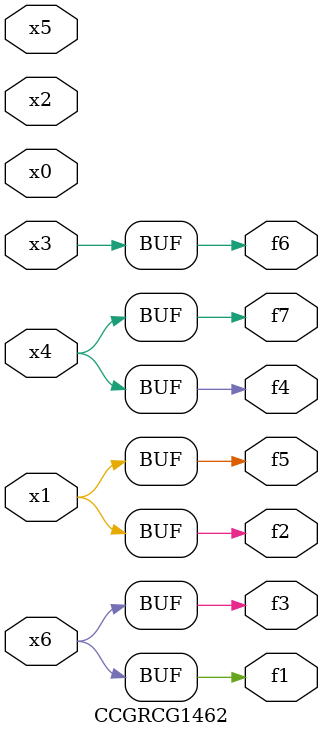
<source format=v>
module CCGRCG1462(
	input x0, x1, x2, x3, x4, x5, x6,
	output f1, f2, f3, f4, f5, f6, f7
);
	assign f1 = x6;
	assign f2 = x1;
	assign f3 = x6;
	assign f4 = x4;
	assign f5 = x1;
	assign f6 = x3;
	assign f7 = x4;
endmodule

</source>
